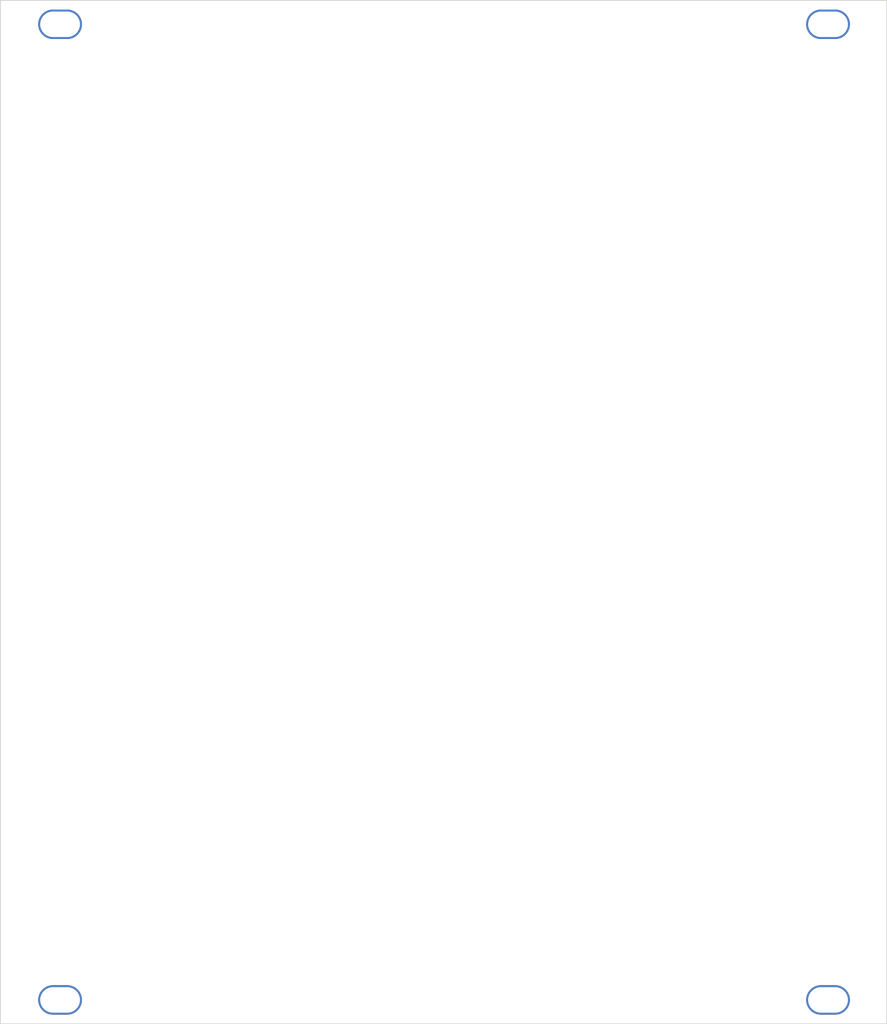
<source format=kicad_pcb>
(kicad_pcb (version 20211014) (generator pcbnew)
  (layers (0 "F.Cu" signal) (31 "B.Cu" signal) (34 "B.Paste" user) (35 "F.Paste" user) (36 "B.SilkS" user "B.Silkscreen") (37 "F.SilkS" user "F.Silkscreen") (38 "B.Mask" user) (39 "F.Mask" user) (44 "Edge.Cuts" user))
  (net 0 "")
  (footprint "" (layer "F.Cu") (at 7.5 125.5)
    (fp_text reference "" (at 0 0) (layer "F.SilkS") (effects (font (size 1.27 1.27))))
    (fp_text value "" (at 0 0) (layer "F.SilkS") (effects (font (size 1.27 1.27))))
    (pad "1" thru_hole oval (at 0 0) (size 5.5 3.7) (drill oval 5 3.2) (layers *.Cu *.Mask))
  )
  (footprint "" (layer "F.Cu") (at 104.02 3)
    (fp_text reference "" (at 0 0) (layer "F.SilkS") (effects (font (size 1.27 1.27))))
    (fp_text value "" (at 0 0) (layer "F.SilkS") (effects (font (size 1.27 1.27))))
    (pad "1" thru_hole oval (at 0 0) (size 5.5 3.7) (drill oval 5 3.2) (layers *.Cu *.Mask))
  )
  (footprint "" (layer "F.Cu") (at 7.5 3)
    (fp_text reference "" hide)
    (fp_text value "" hide)
    (pad "1" thru_hole oval (at 0 0) (size 5.5 3.7) (drill oval 5 3.2) (layers *.Cu *.Mask))
  )
  (footprint "" (layer "F.Cu") (at 104.02 125.5)
    (fp_text reference "" (at 0 0) (layer "F.SilkS") (effects (font (size 1.27 1.27))))
    (fp_text value "" (at 0 0) (layer "F.SilkS") (effects (font (size 1.27 1.27))))
    (pad "1" thru_hole oval (at 0 0) (size 5.5 3.7) (drill oval 5 3.2) (layers *.Cu *.Mask))
  )
  (gr_rect (start 0 0) (end 111.4 128.5) (layer "Edge.Cuts") (width 0.1) (fill none))
)
</source>
